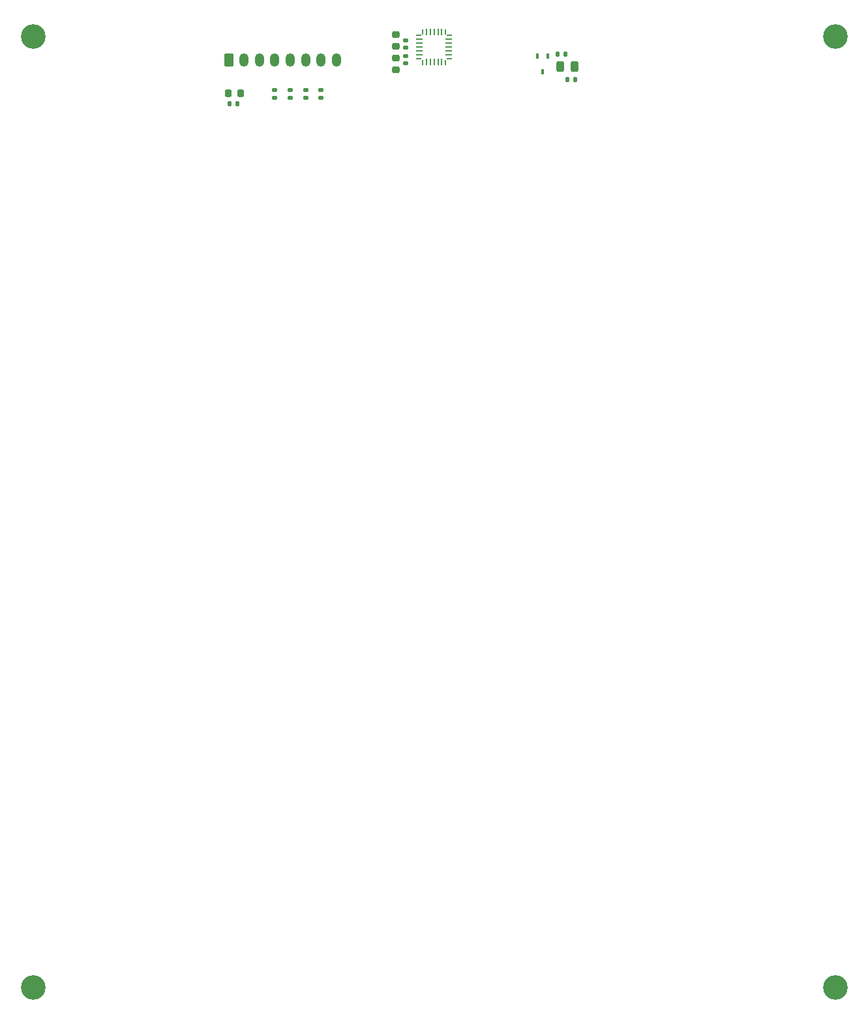
<source format=gts>
G04 #@! TF.GenerationSoftware,KiCad,Pcbnew,(6.0.0)*
G04 #@! TF.CreationDate,2022-05-24T21:35:38-07:00*
G04 #@! TF.ProjectId,capTouch,63617054-6f75-4636-982e-6b696361645f,rev?*
G04 #@! TF.SameCoordinates,Original*
G04 #@! TF.FileFunction,Soldermask,Top*
G04 #@! TF.FilePolarity,Negative*
%FSLAX46Y46*%
G04 Gerber Fmt 4.6, Leading zero omitted, Abs format (unit mm)*
G04 Created by KiCad (PCBNEW (6.0.0)) date 2022-05-24 21:35:38*
%MOMM*%
%LPD*%
G01*
G04 APERTURE LIST*
G04 Aperture macros list*
%AMRoundRect*
0 Rectangle with rounded corners*
0 $1 Rounding radius*
0 $2 $3 $4 $5 $6 $7 $8 $9 X,Y pos of 4 corners*
0 Add a 4 corners polygon primitive as box body*
4,1,4,$2,$3,$4,$5,$6,$7,$8,$9,$2,$3,0*
0 Add four circle primitives for the rounded corners*
1,1,$1+$1,$2,$3*
1,1,$1+$1,$4,$5*
1,1,$1+$1,$6,$7*
1,1,$1+$1,$8,$9*
0 Add four rect primitives between the rounded corners*
20,1,$1+$1,$2,$3,$4,$5,0*
20,1,$1+$1,$4,$5,$6,$7,0*
20,1,$1+$1,$6,$7,$8,$9,0*
20,1,$1+$1,$8,$9,$2,$3,0*%
%AMFreePoly0*
4,1,17,0.230680,0.111820,0.364318,-0.021819,0.364320,-0.021820,0.364320,-0.021821,0.377501,-0.053640,0.377500,-0.053642,0.377500,-0.080000,0.364320,-0.111820,0.332500,-0.125000,-0.332500,-0.125000,-0.364320,-0.111820,-0.377500,-0.080000,-0.377500,0.080000,-0.364320,0.111820,-0.332500,0.125000,0.198860,0.125000,0.230680,0.111820,0.230680,0.111820,$1*%
%AMFreePoly1*
4,1,17,0.364320,0.111820,0.377500,0.080000,0.377500,0.053642,0.377501,0.053640,0.369779,0.035000,0.364320,0.021820,0.364318,0.021819,0.230680,-0.111820,0.198860,-0.125000,-0.332500,-0.125000,-0.364320,-0.111820,-0.377500,-0.080000,-0.377500,0.080000,-0.364320,0.111820,-0.332500,0.125000,0.332500,0.125000,0.364320,0.111820,0.364320,0.111820,$1*%
%AMFreePoly2*
4,1,17,0.053642,0.377500,0.080000,0.377500,0.111820,0.364320,0.125000,0.332500,0.125000,-0.332500,0.111820,-0.364320,0.080000,-0.377500,-0.080000,-0.377500,-0.111820,-0.364320,-0.125000,-0.332500,-0.125000,0.198860,-0.111820,0.230680,0.021819,0.364318,0.021820,0.364320,0.031140,0.368181,0.053640,0.377501,0.053642,0.377500,0.053642,0.377500,$1*%
%AMFreePoly3*
4,1,17,-0.021820,0.364320,0.111818,0.230681,0.111820,0.230680,0.111820,0.230679,0.125001,0.198860,0.125000,0.198858,0.125000,-0.332500,0.111820,-0.364320,0.080000,-0.377500,-0.080000,-0.377500,-0.111820,-0.364320,-0.125000,-0.332500,-0.125000,0.332500,-0.111820,0.364320,-0.080000,0.377500,-0.053640,0.377500,-0.021820,0.364320,-0.021820,0.364320,$1*%
%AMFreePoly4*
4,1,17,0.364320,0.111820,0.377500,0.080000,0.377500,-0.080000,0.364320,-0.111820,0.332500,-0.125000,-0.198858,-0.125000,-0.198860,-0.125001,-0.221360,-0.115681,-0.230680,-0.111820,-0.230681,-0.111818,-0.364320,0.021820,-0.377500,0.053640,-0.377500,0.080000,-0.364320,0.111820,-0.332500,0.125000,0.332500,0.125000,0.364320,0.111820,0.364320,0.111820,$1*%
%AMFreePoly5*
4,1,17,-0.198858,0.125000,0.332500,0.125000,0.364320,0.111820,0.377500,0.080000,0.377500,-0.080000,0.364320,-0.111820,0.332500,-0.125000,-0.332500,-0.125000,-0.364320,-0.111820,-0.377500,-0.080000,-0.377500,-0.053640,-0.364320,-0.021820,-0.230681,0.111818,-0.230680,0.111820,-0.221360,0.115681,-0.198860,0.125001,-0.198858,0.125000,-0.198858,0.125000,$1*%
%AMFreePoly6*
4,1,17,0.111820,0.364320,0.125000,0.332500,0.125000,-0.198858,0.125001,-0.198860,0.115681,-0.221360,0.111820,-0.230680,0.111818,-0.230681,-0.021820,-0.364320,-0.053640,-0.377500,-0.080000,-0.377500,-0.111820,-0.364320,-0.125000,-0.332500,-0.125000,0.332500,-0.111820,0.364320,-0.080000,0.377500,0.080000,0.377500,0.111820,0.364320,0.111820,0.364320,$1*%
%AMFreePoly7*
4,1,17,0.111820,0.364320,0.125000,0.332500,0.125000,-0.332500,0.111820,-0.364320,0.080000,-0.377500,0.053642,-0.377500,0.053640,-0.377501,0.031140,-0.368181,0.021820,-0.364320,0.021819,-0.364318,-0.111820,-0.230680,-0.125000,-0.198860,-0.125000,0.332500,-0.111820,0.364320,-0.080000,0.377500,0.080000,0.377500,0.111820,0.364320,0.111820,0.364320,$1*%
G04 Aperture macros list end*
%ADD10RoundRect,0.225000X-0.225000X-0.250000X0.225000X-0.250000X0.225000X0.250000X-0.225000X0.250000X0*%
%ADD11RoundRect,0.225000X-0.250000X0.225000X-0.250000X-0.225000X0.250000X-0.225000X0.250000X0.225000X0*%
%ADD12RoundRect,0.135000X-0.135000X-0.185000X0.135000X-0.185000X0.135000X0.185000X-0.135000X0.185000X0*%
%ADD13RoundRect,0.135000X-0.185000X0.135000X-0.185000X-0.135000X0.185000X-0.135000X0.185000X0.135000X0*%
%ADD14RoundRect,0.250000X-0.350000X-0.625000X0.350000X-0.625000X0.350000X0.625000X-0.350000X0.625000X0*%
%ADD15O,1.200000X1.750000*%
%ADD16RoundRect,0.243750X-0.243750X-0.456250X0.243750X-0.456250X0.243750X0.456250X-0.243750X0.456250X0*%
%ADD17RoundRect,0.140000X0.170000X-0.140000X0.170000X0.140000X-0.170000X0.140000X-0.170000X-0.140000X0*%
%ADD18RoundRect,0.135000X0.185000X-0.135000X0.185000X0.135000X-0.185000X0.135000X-0.185000X-0.135000X0*%
%ADD19RoundRect,0.140000X-0.140000X-0.170000X0.140000X-0.170000X0.140000X0.170000X-0.140000X0.170000X0*%
%ADD20RoundRect,0.135000X0.135000X0.185000X-0.135000X0.185000X-0.135000X-0.185000X0.135000X-0.185000X0*%
%ADD21C,3.200000*%
%ADD22FreePoly0,0.000000*%
%ADD23RoundRect,0.062500X-0.375000X-0.062500X0.375000X-0.062500X0.375000X0.062500X-0.375000X0.062500X0*%
%ADD24FreePoly1,0.000000*%
%ADD25FreePoly2,0.000000*%
%ADD26RoundRect,0.062500X-0.062500X-0.375000X0.062500X-0.375000X0.062500X0.375000X-0.062500X0.375000X0*%
%ADD27FreePoly3,0.000000*%
%ADD28FreePoly4,0.000000*%
%ADD29FreePoly5,0.000000*%
%ADD30FreePoly6,0.000000*%
%ADD31FreePoly7,0.000000*%
%ADD32R,0.450000X0.700000*%
%ADD33RoundRect,0.140000X-0.170000X0.140000X-0.170000X-0.140000X0.170000X-0.140000X0.170000X0.140000X0*%
%ADD34RoundRect,0.225000X0.250000X-0.225000X0.250000X0.225000X-0.250000X0.225000X-0.250000X-0.225000X0*%
G04 APERTURE END LIST*
D10*
X84823000Y-46990000D03*
X86373000Y-46990000D03*
D11*
X106553000Y-39357000D03*
X106553000Y-40907000D03*
D12*
X128776000Y-45212000D03*
X129796000Y-45212000D03*
D13*
X90805000Y-46607000D03*
X90805000Y-47627000D03*
D14*
X84836000Y-42672000D03*
D15*
X86836000Y-42672000D03*
X88836000Y-42672000D03*
X90836000Y-42672000D03*
X92836000Y-42672000D03*
X94836000Y-42672000D03*
X96836000Y-42672000D03*
X98836000Y-42672000D03*
D16*
X127840500Y-43561000D03*
X129715500Y-43561000D03*
D17*
X107823000Y-43152000D03*
X107823000Y-42192000D03*
D18*
X96774000Y-47627000D03*
X96774000Y-46607000D03*
D19*
X84991000Y-48387000D03*
X85951000Y-48387000D03*
D20*
X128526000Y-41910000D03*
X127506000Y-41910000D03*
D21*
X163576000Y-39624000D03*
X59436000Y-163068000D03*
D18*
X94869000Y-47627000D03*
X94869000Y-46607000D03*
D22*
X109508500Y-39521000D03*
D23*
X109568500Y-40021000D03*
X109568500Y-40521000D03*
X109568500Y-41021000D03*
X109568500Y-41521000D03*
X109568500Y-42021000D03*
D24*
X109508500Y-42521000D03*
D25*
X110006000Y-43018500D03*
D26*
X110506000Y-42958500D03*
X111006000Y-42958500D03*
X111506000Y-42958500D03*
X112006000Y-42958500D03*
X112506000Y-42958500D03*
D27*
X113006000Y-43018500D03*
D28*
X113503500Y-42521000D03*
D23*
X113443500Y-42021000D03*
X113443500Y-41521000D03*
X113443500Y-41021000D03*
X113443500Y-40521000D03*
X113443500Y-40021000D03*
D29*
X113503500Y-39521000D03*
D30*
X113006000Y-39023500D03*
D26*
X112506000Y-39083500D03*
X112006000Y-39083500D03*
X111506000Y-39083500D03*
X111006000Y-39083500D03*
X110506000Y-39083500D03*
D31*
X110006000Y-39023500D03*
D13*
X92837000Y-46607000D03*
X92837000Y-47627000D03*
D32*
X126253000Y-42180000D03*
X124953000Y-42180000D03*
X125603000Y-44180000D03*
D21*
X163576000Y-163068000D03*
X59436000Y-39624000D03*
D33*
X107823000Y-40160000D03*
X107823000Y-41120000D03*
D34*
X106553000Y-43955000D03*
X106553000Y-42405000D03*
M02*

</source>
